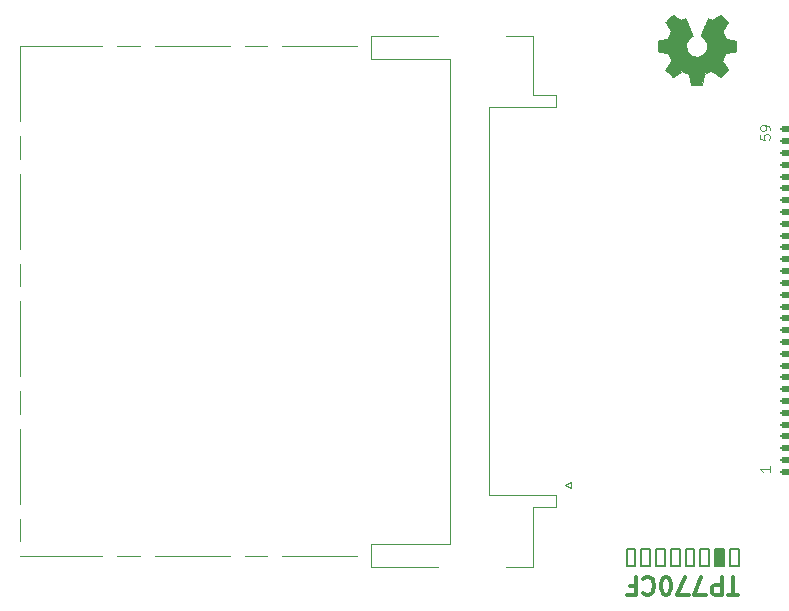
<source format=gto>
G04 #@! TF.GenerationSoftware,KiCad,Pcbnew,6.0.11+dfsg-1*
G04 #@! TF.CreationDate,2023-03-13T19:25:43+00:00*
G04 #@! TF.ProjectId,TP770_IDE,54503737-305f-4494-9445-2e6b69636164,rev?*
G04 #@! TF.SameCoordinates,PX6cb8080PY3197500*
G04 #@! TF.FileFunction,Legend,Top*
G04 #@! TF.FilePolarity,Positive*
%FSLAX46Y46*%
G04 Gerber Fmt 4.6, Leading zero omitted, Abs format (unit mm)*
G04 Created by KiCad (PCBNEW 6.0.11+dfsg-1) date 2023-03-13 19:25:43*
%MOMM*%
%LPD*%
G01*
G04 APERTURE LIST*
G04 Aperture macros list*
%AMRoundRect*
0 Rectangle with rounded corners*
0 $1 Rounding radius*
0 $2 $3 $4 $5 $6 $7 $8 $9 X,Y pos of 4 corners*
0 Add a 4 corners polygon primitive as box body*
4,1,4,$2,$3,$4,$5,$6,$7,$8,$9,$2,$3,0*
0 Add four circle primitives for the rounded corners*
1,1,$1+$1,$2,$3*
1,1,$1+$1,$4,$5*
1,1,$1+$1,$6,$7*
1,1,$1+$1,$8,$9*
0 Add four rect primitives between the rounded corners*
20,1,$1+$1,$2,$3,$4,$5,0*
20,1,$1+$1,$4,$5,$6,$7,0*
20,1,$1+$1,$6,$7,$8,$9,0*
20,1,$1+$1,$8,$9,$2,$3,0*%
G04 Aperture macros list end*
%ADD10C,0.150000*%
%ADD11C,0.100000*%
%ADD12C,0.300000*%
%ADD13C,0.120000*%
%ADD14C,0.010000*%
%ADD15R,3.510000X0.410000*%
%ADD16C,3.990000*%
%ADD17C,1.700000*%
%ADD18R,4.570000X2.490000*%
%ADD19RoundRect,0.125000X2.125000X0.125000X-2.125000X0.125000X-2.125000X-0.125000X2.125000X-0.125000X0*%
%ADD20RoundRect,0.125000X2.375000X0.125000X-2.375000X0.125000X-2.375000X-0.125000X2.375000X-0.125000X0*%
G04 APERTURE END LIST*
D10*
X61750000Y-47500000D02*
X62500000Y-47500000D01*
X62500000Y-47500000D02*
X62500000Y-49000000D01*
X62500000Y-49000000D02*
X61750000Y-49000000D01*
X61750000Y-49000000D02*
X61750000Y-47500000D01*
X60500000Y-47500000D02*
X61250000Y-47500000D01*
X61250000Y-47500000D02*
X61250000Y-49000000D01*
X61250000Y-49000000D02*
X60500000Y-49000000D01*
X60500000Y-49000000D02*
X60500000Y-47500000D01*
G36*
X60500000Y-47500000D02*
G01*
X61250000Y-47500000D01*
X61250000Y-49000000D01*
X60500000Y-49000000D01*
X60500000Y-47500000D01*
G37*
X59250000Y-47500000D02*
X60000000Y-47500000D01*
X60000000Y-47500000D02*
X60000000Y-49000000D01*
X60000000Y-49000000D02*
X59250000Y-49000000D01*
X59250000Y-49000000D02*
X59250000Y-47500000D01*
X58000000Y-47500000D02*
X58750000Y-47500000D01*
X58750000Y-47500000D02*
X58750000Y-49000000D01*
X58750000Y-49000000D02*
X58000000Y-49000000D01*
X58000000Y-49000000D02*
X58000000Y-47500000D01*
X56750000Y-47500000D02*
X57500000Y-47500000D01*
X57500000Y-47500000D02*
X57500000Y-49000000D01*
X57500000Y-49000000D02*
X56750000Y-49000000D01*
X56750000Y-49000000D02*
X56750000Y-47500000D01*
X55500000Y-47500000D02*
X56250000Y-47500000D01*
X56250000Y-47500000D02*
X56250000Y-49000000D01*
X56250000Y-49000000D02*
X55500000Y-49000000D01*
X55500000Y-49000000D02*
X55500000Y-47500000D01*
X54250000Y-47500000D02*
X55000000Y-47500000D01*
X55000000Y-47500000D02*
X55000000Y-49000000D01*
X55000000Y-49000000D02*
X54250000Y-49000000D01*
X54250000Y-49000000D02*
X54250000Y-47500000D01*
X53000000Y-47500000D02*
X53750000Y-47500000D01*
X53750000Y-47500000D02*
X53750000Y-49000000D01*
X53750000Y-49000000D02*
X53000000Y-49000000D01*
X53000000Y-49000000D02*
X53000000Y-47500000D01*
D11*
X64311904Y-12440476D02*
X64311904Y-12821428D01*
X64692857Y-12859523D01*
X64654761Y-12821428D01*
X64616666Y-12745238D01*
X64616666Y-12554761D01*
X64654761Y-12478571D01*
X64692857Y-12440476D01*
X64769047Y-12402380D01*
X64959523Y-12402380D01*
X65035714Y-12440476D01*
X65073809Y-12478571D01*
X65111904Y-12554761D01*
X65111904Y-12745238D01*
X65073809Y-12821428D01*
X65035714Y-12859523D01*
X65111904Y-12021428D02*
X65111904Y-11869047D01*
X65073809Y-11792857D01*
X65035714Y-11754761D01*
X64921428Y-11678571D01*
X64769047Y-11640476D01*
X64464285Y-11640476D01*
X64388095Y-11678571D01*
X64350000Y-11716666D01*
X64311904Y-11792857D01*
X64311904Y-11945238D01*
X64350000Y-12021428D01*
X64388095Y-12059523D01*
X64464285Y-12097619D01*
X64654761Y-12097619D01*
X64730952Y-12059523D01*
X64769047Y-12021428D01*
X64807142Y-11945238D01*
X64807142Y-11792857D01*
X64769047Y-11716666D01*
X64730952Y-11678571D01*
X64654761Y-11640476D01*
X65111904Y-40521428D02*
X65111904Y-40978571D01*
X65111904Y-40750000D02*
X64311904Y-40750000D01*
X64426190Y-40826190D01*
X64502380Y-40902380D01*
X64540476Y-40978571D01*
D12*
X62414285Y-51396428D02*
X61557142Y-51396428D01*
X61985714Y-49896428D02*
X61985714Y-51396428D01*
X61057142Y-49896428D02*
X61057142Y-51396428D01*
X60485714Y-51396428D01*
X60342857Y-51325000D01*
X60271428Y-51253571D01*
X60200000Y-51110714D01*
X60200000Y-50896428D01*
X60271428Y-50753571D01*
X60342857Y-50682142D01*
X60485714Y-50610714D01*
X61057142Y-50610714D01*
X59700000Y-51396428D02*
X58700000Y-51396428D01*
X59342857Y-49896428D01*
X58271428Y-51396428D02*
X57271428Y-51396428D01*
X57914285Y-49896428D01*
X56414285Y-51396428D02*
X56271428Y-51396428D01*
X56128571Y-51325000D01*
X56057142Y-51253571D01*
X55985714Y-51110714D01*
X55914285Y-50825000D01*
X55914285Y-50467857D01*
X55985714Y-50182142D01*
X56057142Y-50039285D01*
X56128571Y-49967857D01*
X56271428Y-49896428D01*
X56414285Y-49896428D01*
X56557142Y-49967857D01*
X56628571Y-50039285D01*
X56700000Y-50182142D01*
X56771428Y-50467857D01*
X56771428Y-50825000D01*
X56700000Y-51110714D01*
X56628571Y-51253571D01*
X56557142Y-51325000D01*
X56414285Y-51396428D01*
X54414285Y-50039285D02*
X54485714Y-49967857D01*
X54700000Y-49896428D01*
X54842857Y-49896428D01*
X55057142Y-49967857D01*
X55200000Y-50110714D01*
X55271428Y-50253571D01*
X55342857Y-50539285D01*
X55342857Y-50753571D01*
X55271428Y-51039285D01*
X55200000Y-51182142D01*
X55057142Y-51325000D01*
X54842857Y-51396428D01*
X54700000Y-51396428D01*
X54485714Y-51325000D01*
X54414285Y-51253571D01*
X53271428Y-50682142D02*
X53771428Y-50682142D01*
X53771428Y-49896428D02*
X53771428Y-51396428D01*
X53057142Y-51396428D01*
D13*
X48325500Y-41862000D02*
X47825500Y-42112000D01*
X48325500Y-42362000D02*
X48325500Y-41862000D01*
X47825500Y-42112000D02*
X48325500Y-42362000D01*
X8585500Y-48142000D02*
X1605500Y-48142000D01*
X11765500Y-48142000D02*
X9855500Y-48142000D01*
X19385500Y-48142000D02*
X13035500Y-48142000D01*
X22555500Y-48142000D02*
X20655500Y-48142000D01*
X30175500Y-48142000D02*
X23825500Y-48142000D01*
X1605500Y-44962000D02*
X1605500Y-46872000D01*
X1605500Y-37342000D02*
X1605500Y-43692000D01*
X1605500Y-34172000D02*
X1605500Y-36082000D01*
X1605500Y-26552000D02*
X1605500Y-32902000D01*
X1605500Y-23382000D02*
X1605500Y-25282000D01*
X1605500Y-15762000D02*
X1605500Y-22102000D01*
X1605500Y-12582000D02*
X1605500Y-14492000D01*
X1605500Y-4962000D02*
X1605500Y-11312000D01*
X8585500Y-4962000D02*
X1605500Y-4962000D01*
X11765500Y-4962000D02*
X9855500Y-4962000D01*
X19385500Y-4962000D02*
X13035500Y-4962000D01*
X22555500Y-4962000D02*
X20655500Y-4962000D01*
X30175500Y-4962000D02*
X23825500Y-4962000D01*
X37065500Y-4072000D02*
X31395500Y-4072000D01*
X31395500Y-4072000D02*
X31395500Y-6002000D01*
X31395500Y-6002000D02*
X38075500Y-6002000D01*
X38075500Y-6002000D02*
X38075500Y-47102000D01*
X38075500Y-47102000D02*
X31395500Y-47102000D01*
X31395500Y-47102000D02*
X31395500Y-49032000D01*
X31395500Y-49032000D02*
X37065500Y-49032000D01*
X42755500Y-4072000D02*
X45115500Y-4072000D01*
X45115500Y-4072000D02*
X45115500Y-9132000D01*
X45115500Y-9132000D02*
X46995500Y-9132000D01*
X46995500Y-9132000D02*
X46995500Y-10142000D01*
X46995500Y-10142000D02*
X41385500Y-10142000D01*
X41385500Y-10142000D02*
X41385500Y-42962000D01*
X41385500Y-42962000D02*
X46995500Y-42962000D01*
X46995500Y-42962000D02*
X46995500Y-43972000D01*
X46995500Y-43972000D02*
X45115500Y-43972000D01*
X45115500Y-43972000D02*
X45115500Y-49032000D01*
X45115500Y-49032000D02*
X42755500Y-49032000D01*
G36*
X56964357Y-2312088D02*
G01*
X57009200Y-2338980D01*
X57069679Y-2378264D01*
X57116211Y-2409883D01*
X57200525Y-2467902D01*
X57300374Y-2536216D01*
X57400527Y-2604421D01*
X57454373Y-2640925D01*
X57636629Y-2764200D01*
X57789619Y-2681480D01*
X57859318Y-2645241D01*
X57918586Y-2617074D01*
X57958689Y-2601009D01*
X57968897Y-2598774D01*
X57981171Y-2615278D01*
X58005387Y-2661918D01*
X58039737Y-2734391D01*
X58082412Y-2828394D01*
X58131606Y-2939626D01*
X58185510Y-3063785D01*
X58242316Y-3196568D01*
X58300218Y-3333673D01*
X58357407Y-3470798D01*
X58412076Y-3603642D01*
X58462416Y-3727902D01*
X58506620Y-3839275D01*
X58542881Y-3933461D01*
X58569391Y-4006156D01*
X58584342Y-4053059D01*
X58586746Y-4069167D01*
X58567689Y-4089714D01*
X58525964Y-4123067D01*
X58470294Y-4162298D01*
X58465622Y-4165401D01*
X58321736Y-4280577D01*
X58205717Y-4414947D01*
X58118570Y-4564216D01*
X58061301Y-4724087D01*
X58034914Y-4890263D01*
X58040415Y-5058448D01*
X58078810Y-5224345D01*
X58151105Y-5383658D01*
X58172374Y-5418513D01*
X58283004Y-5559263D01*
X58413698Y-5672286D01*
X58559936Y-5756997D01*
X58717192Y-5812806D01*
X58880943Y-5839126D01*
X59046667Y-5835370D01*
X59209838Y-5800950D01*
X59365935Y-5735277D01*
X59510433Y-5637765D01*
X59555131Y-5598187D01*
X59668888Y-5474297D01*
X59751782Y-5343876D01*
X59808644Y-5197685D01*
X59840313Y-5052912D01*
X59848131Y-4890140D01*
X59822062Y-4726560D01*
X59764755Y-4567702D01*
X59678856Y-4419094D01*
X59567014Y-4286265D01*
X59431877Y-4174744D01*
X59414117Y-4162989D01*
X59357850Y-4124492D01*
X59315077Y-4091137D01*
X59294628Y-4069840D01*
X59294331Y-4069167D01*
X59298721Y-4046129D01*
X59316124Y-3993843D01*
X59344732Y-3916610D01*
X59382735Y-3818732D01*
X59428326Y-3704509D01*
X59479697Y-3578242D01*
X59535038Y-3444233D01*
X59592542Y-3306782D01*
X59650399Y-3170192D01*
X59706802Y-3038763D01*
X59759942Y-2916795D01*
X59808010Y-2808591D01*
X59849199Y-2718451D01*
X59881699Y-2650677D01*
X59903703Y-2609570D01*
X59912564Y-2598774D01*
X59939640Y-2607181D01*
X59990303Y-2629728D01*
X60055817Y-2662387D01*
X60091841Y-2681480D01*
X60244832Y-2764200D01*
X60427088Y-2640925D01*
X60520125Y-2577772D01*
X60621985Y-2508273D01*
X60717438Y-2442835D01*
X60765250Y-2409883D01*
X60832495Y-2364727D01*
X60889436Y-2328943D01*
X60928646Y-2307062D01*
X60941381Y-2302437D01*
X60959917Y-2314915D01*
X61000941Y-2349748D01*
X61060475Y-2403322D01*
X61134542Y-2472017D01*
X61219165Y-2552219D01*
X61272685Y-2603714D01*
X61366319Y-2695714D01*
X61447241Y-2778001D01*
X61512177Y-2847055D01*
X61557858Y-2899356D01*
X61581011Y-2931384D01*
X61583232Y-2937884D01*
X61572924Y-2962606D01*
X61544439Y-3012595D01*
X61500937Y-3082788D01*
X61445577Y-3168125D01*
X61381520Y-3263544D01*
X61363303Y-3290146D01*
X61296927Y-3386833D01*
X61237378Y-3473883D01*
X61187984Y-3546405D01*
X61152075Y-3599507D01*
X61132981Y-3628297D01*
X61131136Y-3631274D01*
X61133895Y-3654218D01*
X61148538Y-3704664D01*
X61172513Y-3775959D01*
X61203266Y-3861453D01*
X61238244Y-3954493D01*
X61274893Y-4048426D01*
X61310661Y-4136601D01*
X61342994Y-4212366D01*
X61369338Y-4269069D01*
X61387142Y-4300057D01*
X61388407Y-4301543D01*
X61399294Y-4310399D01*
X61417682Y-4319157D01*
X61447606Y-4328723D01*
X61493103Y-4340004D01*
X61558209Y-4353907D01*
X61646961Y-4371337D01*
X61763393Y-4393202D01*
X61911542Y-4420409D01*
X61943618Y-4426259D01*
X62038686Y-4444626D01*
X62121565Y-4462595D01*
X62184930Y-4478431D01*
X62221458Y-4490400D01*
X62226356Y-4493190D01*
X62234427Y-4517928D01*
X62240987Y-4573210D01*
X62246033Y-4652611D01*
X62249559Y-4749704D01*
X62251561Y-4858062D01*
X62252036Y-4971260D01*
X62250977Y-5082872D01*
X62248382Y-5186471D01*
X62244246Y-5275632D01*
X62238563Y-5343928D01*
X62231331Y-5384934D01*
X62226971Y-5393326D01*
X62202698Y-5401792D01*
X62147426Y-5415565D01*
X62066662Y-5433450D01*
X61965912Y-5454252D01*
X61850683Y-5476777D01*
X61787902Y-5488582D01*
X61668787Y-5510849D01*
X61562565Y-5531021D01*
X61474427Y-5548085D01*
X61409566Y-5561031D01*
X61373174Y-5568845D01*
X61367184Y-5570578D01*
X61357061Y-5590110D01*
X61335662Y-5637157D01*
X61305839Y-5704997D01*
X61270445Y-5786909D01*
X61232332Y-5876172D01*
X61194353Y-5966065D01*
X61159360Y-6049865D01*
X61130206Y-6120853D01*
X61109743Y-6172306D01*
X61100823Y-6197503D01*
X61100657Y-6198604D01*
X61110769Y-6218481D01*
X61139117Y-6264223D01*
X61182723Y-6331283D01*
X61238606Y-6415116D01*
X61303787Y-6511174D01*
X61341679Y-6566350D01*
X61410725Y-6667519D01*
X61472050Y-6759370D01*
X61522663Y-6837256D01*
X61559571Y-6896531D01*
X61579782Y-6932549D01*
X61582701Y-6940623D01*
X61570153Y-6959416D01*
X61535463Y-6999543D01*
X61483063Y-7056507D01*
X61417384Y-7125815D01*
X61342856Y-7202969D01*
X61263913Y-7283475D01*
X61184983Y-7362837D01*
X61110500Y-7436560D01*
X61044894Y-7500148D01*
X60992596Y-7549106D01*
X60958039Y-7578939D01*
X60946478Y-7586058D01*
X60927654Y-7576047D01*
X60882631Y-7547922D01*
X60815787Y-7504546D01*
X60731499Y-7448782D01*
X60634144Y-7383494D01*
X60560707Y-7333754D01*
X60189667Y-7081449D01*
X59571095Y-7336445D01*
X59487275Y-7781069D01*
X59403454Y-8225693D01*
X58478006Y-8225693D01*
X58394186Y-7781069D01*
X58310365Y-7336445D01*
X58001080Y-7208947D01*
X57691794Y-7081449D01*
X57320754Y-7333754D01*
X57216843Y-7404004D01*
X57122913Y-7466728D01*
X57043348Y-7519062D01*
X56982530Y-7558143D01*
X56944843Y-7581107D01*
X56934579Y-7586058D01*
X56916090Y-7573324D01*
X56876580Y-7538118D01*
X56820478Y-7484938D01*
X56752213Y-7418282D01*
X56676214Y-7342646D01*
X56596908Y-7262528D01*
X56518725Y-7182426D01*
X56446093Y-7106836D01*
X56383441Y-7040255D01*
X56335197Y-6987182D01*
X56305790Y-6952113D01*
X56298759Y-6940377D01*
X56308877Y-6918740D01*
X56337241Y-6871338D01*
X56380871Y-6802807D01*
X56436782Y-6717785D01*
X56501994Y-6620907D01*
X56539781Y-6565650D01*
X56608657Y-6464752D01*
X56669860Y-6373701D01*
X56720422Y-6297030D01*
X56757372Y-6239272D01*
X56777742Y-6204957D01*
X56780803Y-6197746D01*
X56773864Y-6177252D01*
X56754949Y-6129487D01*
X56726913Y-6061168D01*
X56692609Y-5979011D01*
X56654891Y-5889730D01*
X56616613Y-5800042D01*
X56580630Y-5716662D01*
X56549794Y-5646306D01*
X56526961Y-5595690D01*
X56514983Y-5571529D01*
X56514276Y-5570578D01*
X56495469Y-5565964D01*
X56445382Y-5555672D01*
X56369207Y-5540713D01*
X56272135Y-5522099D01*
X56159357Y-5500841D01*
X56093558Y-5488582D01*
X55973050Y-5465638D01*
X55864203Y-5443805D01*
X55772524Y-5424278D01*
X55703519Y-5408252D01*
X55662696Y-5396921D01*
X55654489Y-5393326D01*
X55646452Y-5368994D01*
X55639967Y-5314041D01*
X55635030Y-5234892D01*
X55631636Y-5137974D01*
X55629782Y-5029713D01*
X55629462Y-4916535D01*
X55630673Y-4804865D01*
X55633410Y-4701132D01*
X55637669Y-4611759D01*
X55643445Y-4543174D01*
X55650733Y-4501803D01*
X55655105Y-4493190D01*
X55681236Y-4482867D01*
X55736607Y-4468108D01*
X55813893Y-4450648D01*
X55905770Y-4432220D01*
X55937842Y-4426259D01*
X56092476Y-4397934D01*
X56214625Y-4375124D01*
X56308327Y-4356920D01*
X56377616Y-4342417D01*
X56426529Y-4330708D01*
X56459103Y-4320885D01*
X56479372Y-4312044D01*
X56491374Y-4303276D01*
X56493053Y-4301543D01*
X56509816Y-4273629D01*
X56535386Y-4219305D01*
X56567212Y-4145223D01*
X56602740Y-4058035D01*
X56639417Y-3964392D01*
X56674689Y-3870948D01*
X56706004Y-3784353D01*
X56730807Y-3711260D01*
X56746546Y-3658322D01*
X56750668Y-3632189D01*
X56750324Y-3631274D01*
X56736359Y-3609914D01*
X56704678Y-3562916D01*
X56658609Y-3495173D01*
X56601482Y-3411577D01*
X56536627Y-3317018D01*
X56518157Y-3290146D01*
X56452301Y-3192725D01*
X56394350Y-3103837D01*
X56347462Y-3028588D01*
X56314793Y-2972080D01*
X56299500Y-2939419D01*
X56298759Y-2935407D01*
X56311608Y-2914316D01*
X56347112Y-2872536D01*
X56400707Y-2814555D01*
X56467829Y-2744865D01*
X56543913Y-2667955D01*
X56624396Y-2588317D01*
X56704713Y-2510439D01*
X56780301Y-2438814D01*
X56846595Y-2377930D01*
X56899031Y-2332279D01*
X56933045Y-2306350D01*
X56942455Y-2302117D01*
X56964357Y-2312088D01*
G37*
D14*
X56964357Y-2312088D02*
X57009200Y-2338980D01*
X57069679Y-2378264D01*
X57116211Y-2409883D01*
X57200525Y-2467902D01*
X57300374Y-2536216D01*
X57400527Y-2604421D01*
X57454373Y-2640925D01*
X57636629Y-2764200D01*
X57789619Y-2681480D01*
X57859318Y-2645241D01*
X57918586Y-2617074D01*
X57958689Y-2601009D01*
X57968897Y-2598774D01*
X57981171Y-2615278D01*
X58005387Y-2661918D01*
X58039737Y-2734391D01*
X58082412Y-2828394D01*
X58131606Y-2939626D01*
X58185510Y-3063785D01*
X58242316Y-3196568D01*
X58300218Y-3333673D01*
X58357407Y-3470798D01*
X58412076Y-3603642D01*
X58462416Y-3727902D01*
X58506620Y-3839275D01*
X58542881Y-3933461D01*
X58569391Y-4006156D01*
X58584342Y-4053059D01*
X58586746Y-4069167D01*
X58567689Y-4089714D01*
X58525964Y-4123067D01*
X58470294Y-4162298D01*
X58465622Y-4165401D01*
X58321736Y-4280577D01*
X58205717Y-4414947D01*
X58118570Y-4564216D01*
X58061301Y-4724087D01*
X58034914Y-4890263D01*
X58040415Y-5058448D01*
X58078810Y-5224345D01*
X58151105Y-5383658D01*
X58172374Y-5418513D01*
X58283004Y-5559263D01*
X58413698Y-5672286D01*
X58559936Y-5756997D01*
X58717192Y-5812806D01*
X58880943Y-5839126D01*
X59046667Y-5835370D01*
X59209838Y-5800950D01*
X59365935Y-5735277D01*
X59510433Y-5637765D01*
X59555131Y-5598187D01*
X59668888Y-5474297D01*
X59751782Y-5343876D01*
X59808644Y-5197685D01*
X59840313Y-5052912D01*
X59848131Y-4890140D01*
X59822062Y-4726560D01*
X59764755Y-4567702D01*
X59678856Y-4419094D01*
X59567014Y-4286265D01*
X59431877Y-4174744D01*
X59414117Y-4162989D01*
X59357850Y-4124492D01*
X59315077Y-4091137D01*
X59294628Y-4069840D01*
X59294331Y-4069167D01*
X59298721Y-4046129D01*
X59316124Y-3993843D01*
X59344732Y-3916610D01*
X59382735Y-3818732D01*
X59428326Y-3704509D01*
X59479697Y-3578242D01*
X59535038Y-3444233D01*
X59592542Y-3306782D01*
X59650399Y-3170192D01*
X59706802Y-3038763D01*
X59759942Y-2916795D01*
X59808010Y-2808591D01*
X59849199Y-2718451D01*
X59881699Y-2650677D01*
X59903703Y-2609570D01*
X59912564Y-2598774D01*
X59939640Y-2607181D01*
X59990303Y-2629728D01*
X60055817Y-2662387D01*
X60091841Y-2681480D01*
X60244832Y-2764200D01*
X60427088Y-2640925D01*
X60520125Y-2577772D01*
X60621985Y-2508273D01*
X60717438Y-2442835D01*
X60765250Y-2409883D01*
X60832495Y-2364727D01*
X60889436Y-2328943D01*
X60928646Y-2307062D01*
X60941381Y-2302437D01*
X60959917Y-2314915D01*
X61000941Y-2349748D01*
X61060475Y-2403322D01*
X61134542Y-2472017D01*
X61219165Y-2552219D01*
X61272685Y-2603714D01*
X61366319Y-2695714D01*
X61447241Y-2778001D01*
X61512177Y-2847055D01*
X61557858Y-2899356D01*
X61581011Y-2931384D01*
X61583232Y-2937884D01*
X61572924Y-2962606D01*
X61544439Y-3012595D01*
X61500937Y-3082788D01*
X61445577Y-3168125D01*
X61381520Y-3263544D01*
X61363303Y-3290146D01*
X61296927Y-3386833D01*
X61237378Y-3473883D01*
X61187984Y-3546405D01*
X61152075Y-3599507D01*
X61132981Y-3628297D01*
X61131136Y-3631274D01*
X61133895Y-3654218D01*
X61148538Y-3704664D01*
X61172513Y-3775959D01*
X61203266Y-3861453D01*
X61238244Y-3954493D01*
X61274893Y-4048426D01*
X61310661Y-4136601D01*
X61342994Y-4212366D01*
X61369338Y-4269069D01*
X61387142Y-4300057D01*
X61388407Y-4301543D01*
X61399294Y-4310399D01*
X61417682Y-4319157D01*
X61447606Y-4328723D01*
X61493103Y-4340004D01*
X61558209Y-4353907D01*
X61646961Y-4371337D01*
X61763393Y-4393202D01*
X61911542Y-4420409D01*
X61943618Y-4426259D01*
X62038686Y-4444626D01*
X62121565Y-4462595D01*
X62184930Y-4478431D01*
X62221458Y-4490400D01*
X62226356Y-4493190D01*
X62234427Y-4517928D01*
X62240987Y-4573210D01*
X62246033Y-4652611D01*
X62249559Y-4749704D01*
X62251561Y-4858062D01*
X62252036Y-4971260D01*
X62250977Y-5082872D01*
X62248382Y-5186471D01*
X62244246Y-5275632D01*
X62238563Y-5343928D01*
X62231331Y-5384934D01*
X62226971Y-5393326D01*
X62202698Y-5401792D01*
X62147426Y-5415565D01*
X62066662Y-5433450D01*
X61965912Y-5454252D01*
X61850683Y-5476777D01*
X61787902Y-5488582D01*
X61668787Y-5510849D01*
X61562565Y-5531021D01*
X61474427Y-5548085D01*
X61409566Y-5561031D01*
X61373174Y-5568845D01*
X61367184Y-5570578D01*
X61357061Y-5590110D01*
X61335662Y-5637157D01*
X61305839Y-5704997D01*
X61270445Y-5786909D01*
X61232332Y-5876172D01*
X61194353Y-5966065D01*
X61159360Y-6049865D01*
X61130206Y-6120853D01*
X61109743Y-6172306D01*
X61100823Y-6197503D01*
X61100657Y-6198604D01*
X61110769Y-6218481D01*
X61139117Y-6264223D01*
X61182723Y-6331283D01*
X61238606Y-6415116D01*
X61303787Y-6511174D01*
X61341679Y-6566350D01*
X61410725Y-6667519D01*
X61472050Y-6759370D01*
X61522663Y-6837256D01*
X61559571Y-6896531D01*
X61579782Y-6932549D01*
X61582701Y-6940623D01*
X61570153Y-6959416D01*
X61535463Y-6999543D01*
X61483063Y-7056507D01*
X61417384Y-7125815D01*
X61342856Y-7202969D01*
X61263913Y-7283475D01*
X61184983Y-7362837D01*
X61110500Y-7436560D01*
X61044894Y-7500148D01*
X60992596Y-7549106D01*
X60958039Y-7578939D01*
X60946478Y-7586058D01*
X60927654Y-7576047D01*
X60882631Y-7547922D01*
X60815787Y-7504546D01*
X60731499Y-7448782D01*
X60634144Y-7383494D01*
X60560707Y-7333754D01*
X60189667Y-7081449D01*
X59571095Y-7336445D01*
X59487275Y-7781069D01*
X59403454Y-8225693D01*
X58478006Y-8225693D01*
X58394186Y-7781069D01*
X58310365Y-7336445D01*
X58001080Y-7208947D01*
X57691794Y-7081449D01*
X57320754Y-7333754D01*
X57216843Y-7404004D01*
X57122913Y-7466728D01*
X57043348Y-7519062D01*
X56982530Y-7558143D01*
X56944843Y-7581107D01*
X56934579Y-7586058D01*
X56916090Y-7573324D01*
X56876580Y-7538118D01*
X56820478Y-7484938D01*
X56752213Y-7418282D01*
X56676214Y-7342646D01*
X56596908Y-7262528D01*
X56518725Y-7182426D01*
X56446093Y-7106836D01*
X56383441Y-7040255D01*
X56335197Y-6987182D01*
X56305790Y-6952113D01*
X56298759Y-6940377D01*
X56308877Y-6918740D01*
X56337241Y-6871338D01*
X56380871Y-6802807D01*
X56436782Y-6717785D01*
X56501994Y-6620907D01*
X56539781Y-6565650D01*
X56608657Y-6464752D01*
X56669860Y-6373701D01*
X56720422Y-6297030D01*
X56757372Y-6239272D01*
X56777742Y-6204957D01*
X56780803Y-6197746D01*
X56773864Y-6177252D01*
X56754949Y-6129487D01*
X56726913Y-6061168D01*
X56692609Y-5979011D01*
X56654891Y-5889730D01*
X56616613Y-5800042D01*
X56580630Y-5716662D01*
X56549794Y-5646306D01*
X56526961Y-5595690D01*
X56514983Y-5571529D01*
X56514276Y-5570578D01*
X56495469Y-5565964D01*
X56445382Y-5555672D01*
X56369207Y-5540713D01*
X56272135Y-5522099D01*
X56159357Y-5500841D01*
X56093558Y-5488582D01*
X55973050Y-5465638D01*
X55864203Y-5443805D01*
X55772524Y-5424278D01*
X55703519Y-5408252D01*
X55662696Y-5396921D01*
X55654489Y-5393326D01*
X55646452Y-5368994D01*
X55639967Y-5314041D01*
X55635030Y-5234892D01*
X55631636Y-5137974D01*
X55629782Y-5029713D01*
X55629462Y-4916535D01*
X55630673Y-4804865D01*
X55633410Y-4701132D01*
X55637669Y-4611759D01*
X55643445Y-4543174D01*
X55650733Y-4501803D01*
X55655105Y-4493190D01*
X55681236Y-4482867D01*
X55736607Y-4468108D01*
X55813893Y-4450648D01*
X55905770Y-4432220D01*
X55937842Y-4426259D01*
X56092476Y-4397934D01*
X56214625Y-4375124D01*
X56308327Y-4356920D01*
X56377616Y-4342417D01*
X56426529Y-4330708D01*
X56459103Y-4320885D01*
X56479372Y-4312044D01*
X56491374Y-4303276D01*
X56493053Y-4301543D01*
X56509816Y-4273629D01*
X56535386Y-4219305D01*
X56567212Y-4145223D01*
X56602740Y-4058035D01*
X56639417Y-3964392D01*
X56674689Y-3870948D01*
X56706004Y-3784353D01*
X56730807Y-3711260D01*
X56746546Y-3658322D01*
X56750668Y-3632189D01*
X56750324Y-3631274D01*
X56736359Y-3609914D01*
X56704678Y-3562916D01*
X56658609Y-3495173D01*
X56601482Y-3411577D01*
X56536627Y-3317018D01*
X56518157Y-3290146D01*
X56452301Y-3192725D01*
X56394350Y-3103837D01*
X56347462Y-3028588D01*
X56314793Y-2972080D01*
X56299500Y-2939419D01*
X56298759Y-2935407D01*
X56311608Y-2914316D01*
X56347112Y-2872536D01*
X56400707Y-2814555D01*
X56467829Y-2744865D01*
X56543913Y-2667955D01*
X56624396Y-2588317D01*
X56704713Y-2510439D01*
X56780301Y-2438814D01*
X56846595Y-2377930D01*
X56899031Y-2332279D01*
X56933045Y-2306350D01*
X56942455Y-2302117D01*
X56964357Y-2312088D01*
%LPC*%
D15*
X45575500Y-42112000D03*
X45575500Y-41472000D03*
X45575500Y-40842000D03*
X45575500Y-40202000D03*
X45575500Y-39572000D03*
X45575500Y-38932000D03*
X45575500Y-38302000D03*
X45575500Y-37662000D03*
X45575500Y-37032000D03*
X45575500Y-36392000D03*
X45575500Y-35762000D03*
X45575500Y-35122000D03*
X45575500Y-34492000D03*
X45575500Y-33852000D03*
X45575500Y-33222000D03*
X45575500Y-32582000D03*
X45575500Y-31952000D03*
X45575500Y-31312000D03*
X45575500Y-30682000D03*
X45575500Y-30042000D03*
X45575500Y-29412000D03*
X45575500Y-28772000D03*
X45575500Y-28142000D03*
X45575500Y-27502000D03*
X45575500Y-26872000D03*
X45575500Y-26232000D03*
X45575500Y-25602000D03*
X45575500Y-24962000D03*
X45575500Y-24332000D03*
X45575500Y-23692000D03*
X45575500Y-23062000D03*
X45575500Y-22422000D03*
X45575500Y-21792000D03*
X45575500Y-21152000D03*
X45575500Y-20522000D03*
X45575500Y-19882000D03*
X45575500Y-19252000D03*
X45575500Y-18612000D03*
X45575500Y-17982000D03*
X45575500Y-17342000D03*
X45575500Y-16712000D03*
X45575500Y-16072000D03*
X45575500Y-15442000D03*
X45575500Y-14802000D03*
X45575500Y-14172000D03*
X45575500Y-13532000D03*
X45575500Y-12902000D03*
X45575500Y-12262000D03*
X45575500Y-11632000D03*
X45575500Y-10992000D03*
D16*
X42575500Y-7182000D03*
X42575500Y-45922000D03*
D17*
X39575500Y-7182000D03*
X39575500Y-45922000D03*
D18*
X39905500Y-49892000D03*
X39905500Y-3212000D03*
D19*
X68250000Y-12000000D03*
D20*
X68500000Y-13000000D03*
X68500000Y-14000000D03*
X68500000Y-15000000D03*
X68500000Y-16000000D03*
X68500000Y-17000000D03*
X68500000Y-18000000D03*
X68500000Y-19000000D03*
X68500000Y-20000000D03*
X68500000Y-21000000D03*
X68500000Y-22000000D03*
X68500000Y-23000000D03*
X68500000Y-24000000D03*
X68500000Y-25000000D03*
X68500000Y-26000000D03*
X68500000Y-27000000D03*
X68500000Y-28000000D03*
X68500000Y-29000000D03*
X68500000Y-30000000D03*
X68500000Y-31000000D03*
X68500000Y-32000000D03*
X68500000Y-33000000D03*
X68500000Y-34000000D03*
X68500000Y-35000000D03*
X68500000Y-36000000D03*
X68500000Y-37000000D03*
X68500000Y-38000000D03*
X68500000Y-39000000D03*
X68500000Y-40000000D03*
D19*
X68250000Y-41000000D03*
M02*

</source>
